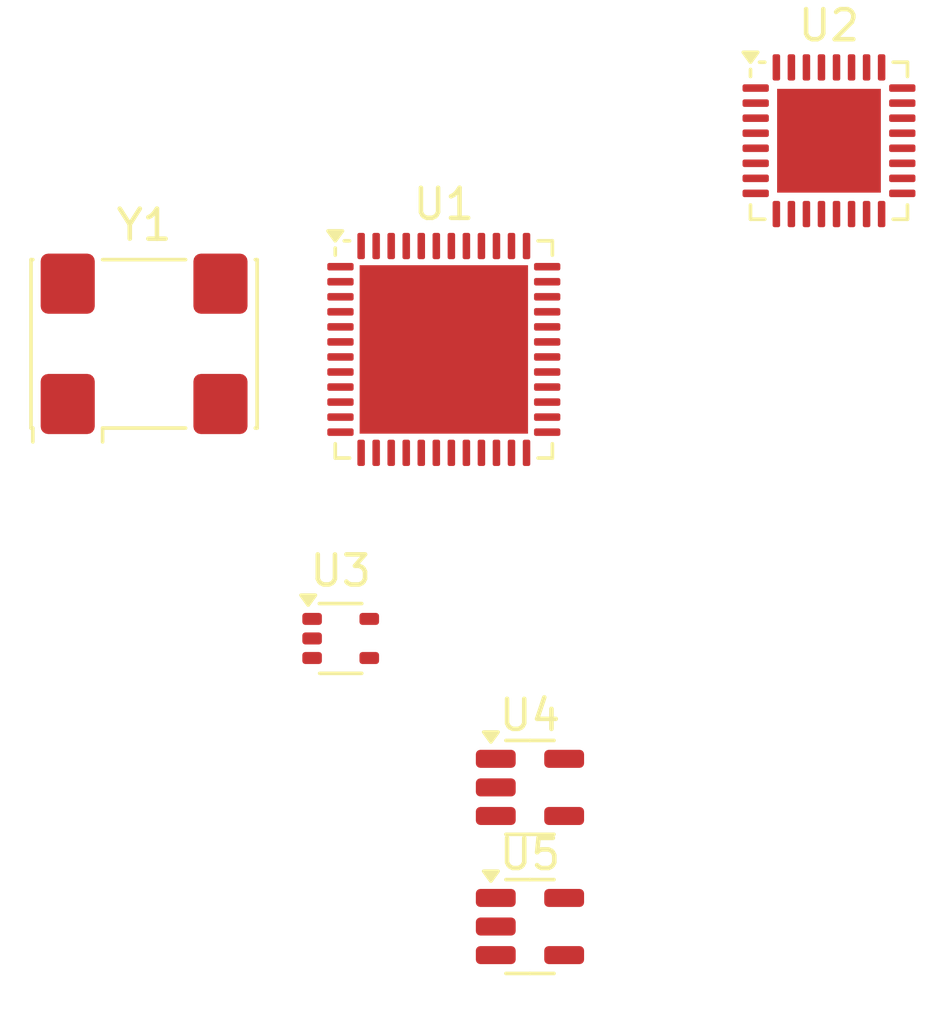
<source format=kicad_pcb>
(kicad_pcb (version 20241229) (generator "pcbnew") (generator_version "9.0")
  (layers (0 "F.Cu" signal) (2 "B.Cu" signal) (13 "F.Paste" user) (15 "B.Paste" user) (5 "F.SilkS" user "F.Silkscreen") (7 "B.SilkS" user "B.Silkscreen") (1 "F.Mask" user) (3 "B.Mask" user) (25 "Edge.Cuts" user))
  (net 0 "")
  (net 2 "+3.3V")
  (net 7 "Net-(U1D-VCC-Pad30)")
  (net 13 "+2V5")
  (net 26 "CLK(48MHz)")
  (net 34 "GND")
  (net 48 "+BATT")
  (net 52 "+1V2")
  (net 57 "Net-(U2-D5)")
  (net 74 "/ADC/V-")
  (net 83 "/ADC/V+")
  (footprint "Package_TO_SOT_SMD:SOT-353_SC-70-5" (layer "F.Cu") (at 63.434 58.816)
    (property "Reference" "U3" (at 0 -2.25 0) (layer "F.SilkS"))
    (property "Value" "MIC5365-3.3YC5")
    (fp_line (start -0.71 -1.16) (end 0.7 -1.16) (stroke (width 0.12)) (layer "F.SilkS"))
    (fp_line (start -0.7 1.16) (end 0.7 1.16) (stroke (width 0.12)) (layer "F.SilkS"))
    (fp_poly (pts (xy -1.08 -1.11) (xy -1.32 -1.44) (xy -0.84 -1.44) (xy -1.08 -1.11)) (stroke (width 0.12)) (fill yes) (layer "F.SilkS"))
    (pad "1" smd roundrect (at -0.95 -0.65) (size 0.65 0.4) (layers "F.Cu" "F.Mask" "F.Paste") (net 48 "+BATT"))
    (pad "2" smd roundrect (at -0.95 0) (size 0.65 0.4) (layers "F.Cu" "F.Mask" "F.Paste") (net 34 "GND"))
    (pad "3" smd roundrect (at -0.95 0.65) (size 0.65 0.4) (layers "F.Cu" "F.Mask" "F.Paste"))
    (pad "4" smd roundrect (at 0.95 0.65) (size 0.65 0.4) (layers "F.Cu" "F.Mask" "F.Paste"))
    (pad "5" smd roundrect (at 0.95 -0.65) (size 0.65 0.4) (layers "F.Cu" "F.Mask" "F.Paste") (net 2 "+3.3V"))
  )
  (footprint "Package_TO_SOT_SMD:SOT-23-5" (layer "F.Cu") (at 69.7285 63.767)
    (property "Reference" "U4" (at 0 -2.4 0) (layer "F.SilkS"))
    (property "Value" "TLV70212_SOT23-5")
    (fp_line (start 0 -1.56) (end -0.8 -1.56) (stroke (width 0.12)) (layer "F.SilkS"))
    (fp_line (start 0 -1.56) (end 0.8 -1.56) (stroke (width 0.12)) (layer "F.SilkS"))
    (fp_line (start 0 1.56) (end -0.8 1.56) (stroke (width 0.12)) (layer "F.SilkS"))
    (fp_line (start 0 1.56) (end 0.8 1.56) (stroke (width 0.12)) (layer "F.SilkS"))
    (fp_poly (pts (xy -1.3 -1.51) (xy -1.54 -1.84) (xy -1.06 -1.84)) (stroke (width 0.12)) (fill yes) (layer "F.SilkS"))
    (pad "1" smd roundrect (at -1.1375 -0.95) (size 1.325 0.6) (layers "F.Cu" "F.Mask" "F.Paste") (net 2 "+3.3V"))
    (pad "2" smd roundrect (at -1.1375 0) (size 1.325 0.6) (layers "F.Cu" "F.Mask" "F.Paste") (net 34 "GND"))
    (pad "3" smd roundrect (at -1.1375 0.95) (size 1.325 0.6) (layers "F.Cu" "F.Mask" "F.Paste"))
    (pad "4" smd roundrect (at 1.1375 0.95) (size 1.325 0.6) (layers "F.Cu" "F.Mask" "F.Paste"))
    (pad "5" smd roundrect (at 1.1375 -0.95) (size 1.325 0.6) (layers "F.Cu" "F.Mask" "F.Paste") (net 52 "+1V2"))
  )
  (footprint "Package_DFN_QFN:QFN-32-1EP_5x5mm_P0.5mm_EP3.45x3.45mm" (layer "F.Cu") (at 79.6725 42.27)
    (property "Reference" "U2" (at 0 -3.83 0) (layer "F.SilkS"))
    (property "Value" "LTC2254")
    (fp_line (start -2.61 -2.135) (end -2.61 -2.37) (stroke (width 0.12)) (layer "F.SilkS"))
    (fp_line (start -2.61 2.61) (end -2.61 2.135) (stroke (width 0.12)) (layer "F.SilkS"))
    (fp_line (start -2.135 -2.61) (end -2.31 -2.61) (stroke (width 0.12)) (layer "F.SilkS"))
    (fp_line (start -2.135 2.61) (end -2.61 2.61) (stroke (width 0.12)) (layer "F.SilkS"))
    (fp_line (start 2.135 -2.61) (end 2.61 -2.61) (stroke (width 0.12)) (layer "F.SilkS"))
    (fp_line (start 2.135 2.61) (end 2.61 2.61) (stroke (width 0.12)) (layer "F.SilkS"))
    (fp_line (start 2.61 -2.61) (end 2.61 -2.135) (stroke (width 0.12)) (layer "F.SilkS"))
    (fp_line (start 2.61 2.61) (end 2.61 2.135) (stroke (width 0.12)) (layer "F.SilkS"))
    (fp_poly (pts (xy -2.61 -2.61) (xy -2.85 -2.94) (xy -2.37 -2.94)) (stroke (width 0.12)) (fill yes) (layer "F.SilkS"))
    (pad "1" smd roundrect (at -2.4375 -1.75) (size 0.875 0.25) (layers "F.Cu" "F.Mask" "F.Paste") (net 83 "/ADC/V+"))
    (pad "2" smd roundrect (at -2.4375 -1.25) (size 0.875 0.25) (layers "F.Cu" "F.Mask" "F.Paste") (net 74 "/ADC/V-"))
    (pad "3" smd roundrect (at -2.4375 -0.75) (size 0.875 0.25) (layers "F.Cu" "F.Mask" "F.Paste"))
    (pad "4" smd roundrect (at -2.4375 -0.25) (size 0.875 0.25) (layers "F.Cu" "F.Mask" "F.Paste"))
    (pad "5" smd roundrect (at -2.4375 0.25) (size 0.875 0.25) (layers "F.Cu" "F.Mask" "F.Paste"))
    (pad "6" smd roundrect (at -2.4375 0.75) (size 0.875 0.25) (layers "F.Cu" "F.Mask" "F.Paste"))
    (pad "7" smd roundrect (at -2.4375 1.25) (size 0.875 0.25) (layers "F.Cu" "F.Mask" "F.Paste"))
    (pad "8" smd roundrect (at -2.4375 1.75) (size 0.875 0.25) (layers "F.Cu" "F.Mask" "F.Paste"))
    (pad "9" smd roundrect (at -1.75 2.4375) (size 0.25 0.875) (layers "F.Cu" "F.Mask" "F.Paste"))
    (pad "10" smd roundrect (at -1.25 2.4375) (size 0.25 0.875) (layers "F.Cu" "F.Mask" "F.Paste"))
    (pad "11" smd roundrect (at -0.75 2.4375) (size 0.25 0.875) (layers "F.Cu" "F.Mask" "F.Paste"))
    (pad "12" smd roundrect (at -0.25 2.4375) (size 0.25 0.875) (layers "F.Cu" "F.Mask" "F.Paste"))
    (pad "13" smd roundrect (at 0.25 2.4375) (size 0.25 0.875) (layers "F.Cu" "F.Mask" "F.Paste"))
    (pad "14" smd roundrect (at 0.75 2.4375) (size 0.25 0.875) (layers "F.Cu" "F.Mask" "F.Paste"))
    (pad "15" smd roundrect (at 1.25 2.4375) (size 0.25 0.875) (layers "F.Cu" "F.Mask" "F.Paste"))
    (pad "16" smd roundrect (at 1.75 2.4375) (size 0.25 0.875) (layers "F.Cu" "F.Mask" "F.Paste"))
    (pad "17" smd roundrect (at 2.4375 1.75) (size 0.875 0.25) (layers "F.Cu" "F.Mask" "F.Paste") (net 57 "Net-(U2-D5)"))
    (pad "18" smd roundrect (at 2.4375 1.25) (size 0.875 0.25) (layers "F.Cu" "F.Mask" "F.Paste") (net 57 "Net-(U2-D5)"))
    (pad "19" smd roundrect (at 2.4375 0.75) (size 0.875 0.25) (layers "F.Cu" "F.Mask" "F.Paste"))
    (pad "20" smd roundrect (at 2.4375 0.25) (size 0.875 0.25) (layers "F.Cu" "F.Mask" "F.Paste"))
    (pad "21" smd roundrect (at 2.4375 -0.25) (size 0.875 0.25) (layers "F.Cu" "F.Mask" "F.Paste"))
    (pad "22" smd roundrect (at 2.4375 -0.75) (size 0.875 0.25) (layers "F.Cu" "F.Mask" "F.Paste"))
    (pad "23" smd roundrect (at 2.4375 -1.25) (size 0.875 0.25) (layers "F.Cu" "F.Mask" "F.Paste"))
    (pad "24" smd roundrect (at 2.4375 -1.75) (size 0.875 0.25) (layers "F.Cu" "F.Mask" "F.Paste"))
    (pad "25" smd roundrect (at 1.75 -2.4375) (size 0.25 0.875) (layers "F.Cu" "F.Mask" "F.Paste"))
    (pad "26" smd roundrect (at 1.25 -2.4375) (size 0.25 0.875) (layers "F.Cu" "F.Mask" "F.Paste"))
    (pad "27" smd roundrect (at 0.75 -2.4375) (size 0.25 0.875) (layers "F.Cu" "F.Mask" "F.Paste"))
    (pad "28" smd roundrect (at 0.25 -2.4375) (size 0.25 0.875) (layers "F.Cu" "F.Mask" "F.Paste"))
    (pad "29" smd roundrect (at -0.25 -2.4375) (size 0.25 0.875) (layers "F.Cu" "F.Mask" "F.Paste"))
    (pad "30" smd roundrect (at -0.75 -2.4375) (size 0.25 0.875) (layers "F.Cu" "F.Mask" "F.Paste"))
    (pad "31" smd roundrect (at -1.25 -2.4375) (size 0.25 0.875) (layers "F.Cu" "F.Mask" "F.Paste"))
    (pad "32" smd roundrect (at -1.75 -2.4375) (size 0.25 0.875) (layers "F.Cu" "F.Mask" "F.Paste"))
    (pad "33" smd rect (at 0 0) (size 3.45 3.45) (property pad_prop_heatsink) (layers "F.Cu" "F.Mask"))
  )
  (footprint "Oscillator:Oscillator_SMD_Abracon_ASV-4Pin_7.0x5.1mm" (layer "F.Cu") (at 56.896 49.022)
    (property "Reference" "Y1" (at 0 -3.95 0) (layer "F.SilkS"))
    (property "Value" "ASV-xxxMHz")
    (fp_line (start -3.76 -2.8) (end -3.7 -2.8) (stroke (width 0.12)) (layer "F.SilkS"))
    (fp_line (start -3.76 2.8) (end -3.76 -2.8) (stroke (width 0.12)) (layer "F.SilkS"))
    (fp_line (start -3.7 2.8) (end -3.76 2.8) (stroke (width 0.12)) (layer "F.SilkS"))
    (fp_line (start -3.7 3.26) (end -3.7 2.8) (stroke (width 0.12)) (layer "F.SilkS"))
    (fp_line (start -1.38 -2.8) (end 1.38 -2.8) (stroke (width 0.12)) (layer "F.SilkS"))
    (fp_line (start -1.38 2.8) (end -1.38 3.26) (stroke (width 0.12)) (layer "F.SilkS"))
    (fp_line (start 1.38 2.8) (end -1.38 2.8) (stroke (width 0.12)) (layer "F.SilkS"))
    (fp_line (start 3.7 -2.8) (end 3.76 -2.8) (stroke (width 0.12)) (layer "F.SilkS"))
    (fp_line (start 3.76 -2.8) (end 3.76 2.8) (stroke (width 0.12)) (layer "F.SilkS"))
    (fp_line (start 3.76 2.8) (end 3.7 2.8) (stroke (width 0.12)) (layer "F.SilkS"))
    (pad "1" smd roundrect (at -2.54 2) (size 1.8 2) (layers "F.Cu" "F.Mask" "F.Paste") (roundrect_rratio 0.138889))
    (pad "2" smd roundrect (at 2.54 2) (size 1.8 2) (layers "F.Cu" "F.Mask" "F.Paste") (roundrect_rratio 0.138889) (net 34 "GND"))
    (pad "3" smd roundrect (at 2.54 -2) (size 1.8 2) (layers "F.Cu" "F.Mask" "F.Paste") (roundrect_rratio 0.138889) (net 26 "CLK(48MHz)"))
    (pad "4" smd roundrect (at -2.54 -2) (size 1.8 2) (layers "F.Cu" "F.Mask" "F.Paste") (roundrect_rratio 0.138889) (net 2 "+3.3V"))
  )
  (footprint "Package_DFN_QFN:QFN-48-1EP_7x7mm_P0.5mm_EP5.6x5.6mm" (layer "F.Cu") (at 66.864 49.208)
    (property "Reference" "U1" (at 0 -4.83 0) (layer "F.SilkS"))
    (property "Value" "ICE40UP5K-SG48ITR")
    (fp_line (start -3.61 -3.135) (end -3.61 -3.37) (stroke (width 0.12)) (layer "F.SilkS"))
    (fp_line (start -3.61 3.61) (end -3.61 3.135) (stroke (width 0.12)) (layer "F.SilkS"))
    (fp_line (start -3.135 -3.61) (end -3.31 -3.61) (stroke (width 0.12)) (layer "F.SilkS"))
    (fp_line (start -3.135 3.61) (end -3.61 3.61) (stroke (width 0.12)) (layer "F.SilkS"))
    (fp_line (start 3.135 -3.61) (end 3.61 -3.61) (stroke (width 0.12)) (layer "F.SilkS"))
    (fp_line (start 3.135 3.61) (end 3.61 3.61) (stroke (width 0.12)) (layer "F.SilkS"))
    (fp_line (start 3.61 -3.61) (end 3.61 -3.135) (stroke (width 0.12)) (layer "F.SilkS"))
    (fp_line (start 3.61 3.61) (end 3.61 3.135) (stroke (width 0.12)) (layer "F.SilkS"))
    (fp_poly (pts (xy -3.61 -3.61) (xy -3.85 -3.94) (xy -3.37 -3.94)) (stroke (width 0.12)) (fill yes) (layer "F.SilkS"))
    (pad "1" smd roundrect (at -3.4375 -2.75) (size 0.875 0.25) (layers "F.Cu" "F.Mask" "F.Paste") (net 2 "+3.3V"))
    (pad "2" smd roundrect (at -3.4375 -2.25) (size 0.875 0.25) (layers "F.Cu" "F.Mask" "F.Paste"))
    (pad "3" smd roundrect (at -3.4375 -1.75) (size 0.875 0.25) (layers "F.Cu" "F.Mask" "F.Paste"))
    (pad "4" smd roundrect (at -3.4375 -1.25) (size 0.875 0.25) (layers "F.Cu" "F.Mask" "F.Paste"))
    (pad "5" smd roundrect (at -3.4375 -0.75) (size 0.875 0.25) (layers "F.Cu" "F.Mask" "F.Paste") (net 7 "Net-(U1D-VCC-Pad30)"))
    (pad "6" smd roundrect (at -3.4375 -0.25) (size 0.875 0.25) (layers "F.Cu" "F.Mask" "F.Paste"))
    (pad "7" smd roundrect (at -3.4375 0.25) (size 0.875 0.25) (layers "F.Cu" "F.Mask" "F.Paste"))
    (pad "8" smd roundrect (at -3.4375 0.75) (size 0.875 0.25) (layers "F.Cu" "F.Mask" "F.Paste"))
    (pad "9" smd roundrect (at -3.4375 1.25) (size 0.875 0.25) (layers "F.Cu" "F.Mask" "F.Paste"))
    (pad "10" smd roundrect (at -3.4375 1.75) (size 0.875 0.25) (layers "F.Cu" "F.Mask" "F.Paste"))
    (pad "11" smd roundrect (at -3.4375 2.25) (size 0.875 0.25) (layers "F.Cu" "F.Mask" "F.Paste"))
    (pad "12" smd roundrect (at -3.4375 2.75) (size 0.875 0.25) (layers "F.Cu" "F.Mask" "F.Paste"))
    (pad "13" smd roundrect (at -2.75 3.4375) (size 0.25 0.875) (layers "F.Cu" "F.Mask" "F.Paste"))
    (pad "14" smd roundrect (at -2.25 3.4375) (size 0.25 0.875) (layers "F.Cu" "F.Mask" "F.Paste"))
    (pad "15" smd roundrect (at -1.75 3.4375) (size 0.25 0.875) (layers "F.Cu" "F.Mask" "F.Paste"))
    (pad "16" smd roundrect (at -1.25 3.4375) (size 0.25 0.875) (layers "F.Cu" "F.Mask" "F.Paste"))
    (pad "17" smd roundrect (at -0.75 3.4375) (size 0.25 0.875) (layers "F.Cu" "F.Mask" "F.Paste"))
    (pad "18" smd roundrect (at -0.25 3.4375) (size 0.25 0.875) (layers "F.Cu" "F.Mask" "F.Paste"))
    (pad "19" smd roundrect (at 0.25 3.4375) (size 0.25 0.875) (layers "F.Cu" "F.Mask" "F.Paste"))
    (pad "20" smd roundrect (at 0.75 3.4375) (size 0.25 0.875) (layers "F.Cu" "F.Mask" "F.Paste"))
    (pad "21" smd roundrect (at 1.25 3.4375) (size 0.25 0.875) (layers "F.Cu" "F.Mask" "F.Paste"))
    (pad "22" smd roundrect (at 1.75 3.4375) (size 0.25 0.875) (layers "F.Cu" "F.Mask" "F.Paste") (net 2 "+3.3V"))
    (pad "23" smd roundrect (at 2.25 3.4375) (size 0.25 0.875) (layers "F.Cu" "F.Mask" "F.Paste"))
    (pad "24" smd roundrect (at 2.75 3.4375) (size 0.25 0.875) (layers "F.Cu" "F.Mask" "F.Paste") (net 13 "+2V5"))
    (pad "25" smd roundrect (at 3.4375 2.75) (size 0.875 0.25) (layers "F.Cu" "F.Mask" "F.Paste"))
    (pad "26" smd roundrect (at 3.4375 2.25) (size 0.875 0.25) (layers "F.Cu" "F.Mask" "F.Paste"))
    (pad "27" smd roundrect (at 3.4375 1.75) (size 0.875 0.25) (layers "F.Cu" "F.Mask" "F.Paste"))
    (pad "28" smd roundrect (at 3.4375 1.25) (size 0.875 0.25) (layers "F.Cu" "F.Mask" "F.Paste"))
    (pad "29" smd roundrect (at 3.4375 0.75) (size 0.875 0.25) (layers "F.Cu" "F.Mask" "F.Paste") (net 13 "+2V5"))
    (pad "30" smd roundrect (at 3.4375 0.25) (size 0.875 0.25) (layers "F.Cu" "F.Mask" "F.Paste") (net 7 "Net-(U1D-VCC-Pad30)"))
    (pad "31" smd roundrect (at 3.4375 -0.25) (size 0.875 0.25) (layers "F.Cu" "F.Mask" "F.Paste"))
    (pad "32" smd roundrect (at 3.4375 -0.75) (size 0.875 0.25) (layers "F.Cu" "F.Mask" "F.Paste"))
    (pad "33" smd roundrect (at 3.4375 -1.25) (size 0.875 0.25) (layers "F.Cu" "F.Mask" "F.Paste") (net 2 "+3.3V"))
    (pad "34" smd roundrect (at 3.4375 -1.75) (size 0.875 0.25) (layers "F.Cu" "F.Mask" "F.Paste"))
    (pad "35" smd roundrect (at 3.4375 -2.25) (size 0.875 0.25) (layers "F.Cu" "F.Mask" "F.Paste"))
    (pad "36" smd roundrect (at 3.4375 -2.75) (size 0.875 0.25) (layers "F.Cu" "F.Mask" "F.Paste"))
    (pad "37" smd roundrect (at 2.75 -3.4375) (size 0.25 0.875) (layers "F.Cu" "F.Mask" "F.Paste"))
    (pad "38" smd roundrect (at 2.25 -3.4375) (size 0.25 0.875) (layers "F.Cu" "F.Mask" "F.Paste"))
    (pad "39" smd roundrect (at 1.75 -3.4375) (size 0.25 0.875) (layers "F.Cu" "F.Mask" "F.Paste"))
    (pad "40" smd roundrect (at 1.25 -3.4375) (size 0.25 0.875) (layers "F.Cu" "F.Mask" "F.Paste"))
    (pad "41" smd roundrect (at 0.75 -3.4375) (size 0.25 0.875) (layers "F.Cu" "F.Mask" "F.Paste"))
    (pad "42" smd roundrect (at 0.25 -3.4375) (size 0.25 0.875) (layers "F.Cu" "F.Mask" "F.Paste"))
    (pad "43" smd roundrect (at -0.25 -3.4375) (size 0.25 0.875) (layers "F.Cu" "F.Mask" "F.Paste"))
    (pad "44" smd roundrect (at -0.75 -3.4375) (size 0.25 0.875) (layers "F.Cu" "F.Mask" "F.Paste") (net 26 "CLK(48MHz)"))
    (pad "45" smd roundrect (at -1.25 -3.4375) (size 0.25 0.875) (layers "F.Cu" "F.Mask" "F.Paste"))
    (pad "46" smd roundrect (at -1.75 -3.4375) (size 0.25 0.875) (layers "F.Cu" "F.Mask" "F.Paste"))
    (pad "47" smd roundrect (at -2.25 -3.4375) (size 0.25 0.875) (layers "F.Cu" "F.Mask" "F.Paste"))
    (pad "48" smd roundrect (at -2.75 -3.4375) (size 0.25 0.875) (layers "F.Cu" "F.Mask" "F.Paste"))
    (pad "49" smd rect (at 0 0) (size 5.6 5.6) (property pad_prop_heatsink) (layers "F.Cu" "F.Mask") (net 34 "GND"))
  )
  (footprint "Package_TO_SOT_SMD:SOT-23-5" (layer "F.Cu") (at 69.7285 68.392)
    (property "Reference" "U5" (at 0 -2.4 0) (layer "F.SilkS"))
    (property "Value" "TLV73325PDBV")
    (fp_line (start 0 -1.56) (end -0.8 -1.56) (stroke (width 0.12)) (layer "F.SilkS"))
    (fp_line (start 0 -1.56) (end 0.8 -1.56) (stroke (width 0.12)) (layer "F.SilkS"))
    (fp_line (start 0 1.56) (end -0.8 1.56) (stroke (width 0.12)) (layer "F.SilkS"))
    (fp_line (start 0 1.56) (end 0.8 1.56) (stroke (width 0.12)) (layer "F.SilkS"))
    (fp_poly (pts (xy -1.3 -1.51) (xy -1.54 -1.84) (xy -1.06 -1.84)) (stroke (width 0.12)) (fill yes) (layer "F.SilkS"))
    (pad "1" smd roundrect (at -1.1375 -0.95) (size 1.325 0.6) (layers "F.Cu" "F.Mask" "F.Paste") (net 2 "+3.3V"))
    (pad "2" smd roundrect (at -1.1375 0) (size 1.325 0.6) (layers "F.Cu" "F.Mask" "F.Paste") (net 34 "GND"))
    (pad "3" smd roundrect (at -1.1375 0.95) (size 1.325 0.6) (layers "F.Cu" "F.Mask" "F.Paste"))
    (pad "4" smd roundrect (at 1.1375 0.95) (size 1.325 0.6) (layers "F.Cu" "F.Mask" "F.Paste"))
    (pad "5" smd roundrect (at 1.1375 -0.95) (size 1.325 0.6) (layers "F.Cu" "F.Mask" "F.Paste") (net 13 "+2V5"))
  )
)
</source>
